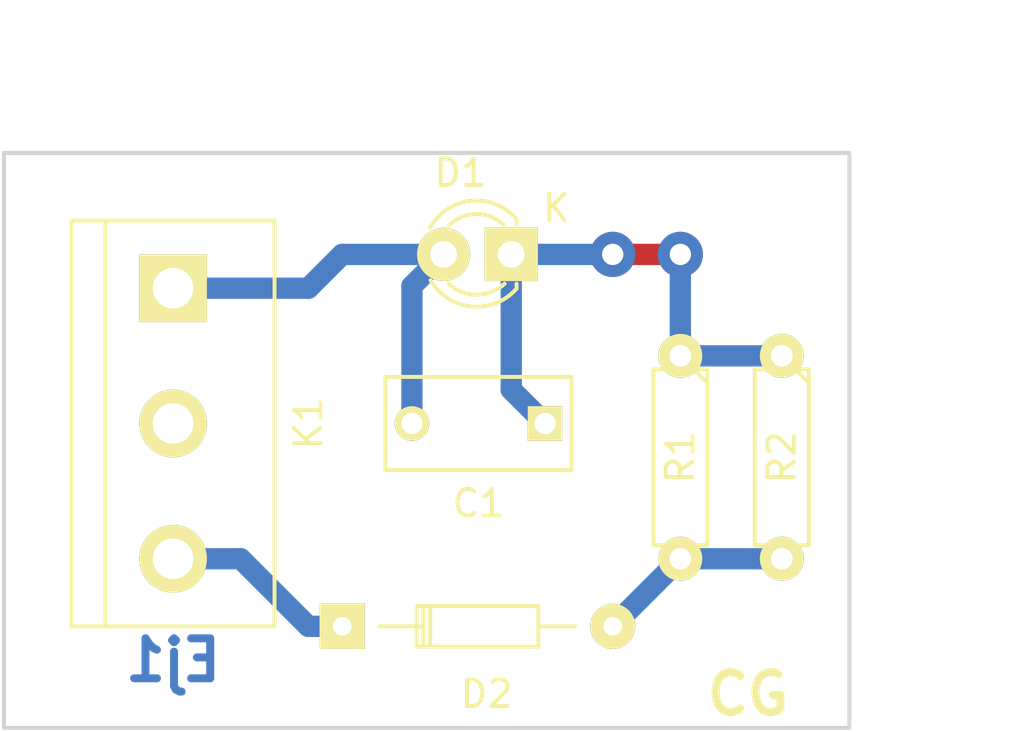
<source format=kicad_pcb>
(kicad_pcb (version 4) (host pcbnew 4.0.2-stable)

  (general
    (links 8)
    (no_connects 0)
    (area 116.764999 92.634999 148.665001 114.375001)
    (thickness 1.6)
    (drawings 10)
    (tracks 19)
    (zones 0)
    (modules 6)
    (nets 6)
  )

  (page A4)
  (title_block
    (title "Ejercicio 1")
    (date 2016-04-30)
    (rev 0.1)
    (company UNLaM)
    (comment 1 Gómez)
    (comment 2 Cunurana)
  )

  (layers
    (0 F.Cu signal)
    (31 B.Cu signal)
    (32 B.Adhes user hide)
    (33 F.Adhes user hide)
    (34 B.Paste user hide)
    (35 F.Paste user hide)
    (36 B.SilkS user)
    (37 F.SilkS user)
    (38 B.Mask user)
    (39 F.Mask user)
    (40 Dwgs.User user)
    (41 Cmts.User user hide)
    (42 Eco1.User user hide)
    (43 Eco2.User user hide)
    (44 Edge.Cuts user)
    (45 Margin user hide)
    (46 B.CrtYd user hide)
    (47 F.CrtYd user hide)
    (48 B.Fab user hide)
    (49 F.Fab user hide)
  )

  (setup
    (last_trace_width 0.25)
    (user_trace_width 0.8)
    (trace_clearance 0.9)
    (zone_clearance 0.508)
    (zone_45_only no)
    (trace_min 0.2)
    (segment_width 0.2)
    (edge_width 0.15)
    (via_size 0.6)
    (via_drill 0.4)
    (via_min_size 0.4)
    (via_min_drill 0.3)
    (user_via 1.7 0.8)
    (uvia_size 0.3)
    (uvia_drill 0.1)
    (uvias_allowed no)
    (uvia_min_size 0.2)
    (uvia_min_drill 0.1)
    (pcb_text_width 0.3)
    (pcb_text_size 1.5 1.5)
    (mod_edge_width 0.15)
    (mod_text_size 1 1)
    (mod_text_width 0.15)
    (pad_size 1.524 1.524)
    (pad_drill 0.762)
    (pad_to_mask_clearance 0.2)
    (aux_axis_origin 0 0)
    (visible_elements 7FFEF7FF)
    (pcbplotparams
      (layerselection 0x00164_80000001)
      (usegerberextensions false)
      (excludeedgelayer false)
      (linewidth 0.100000)
      (plotframeref false)
      (viasonmask false)
      (mode 1)
      (useauxorigin false)
      (hpglpennumber 1)
      (hpglpenspeed 20)
      (hpglpendiameter 15)
      (hpglpenoverlay 2)
      (psnegative false)
      (psa4output false)
      (plotreference true)
      (plotvalue false)
      (plotinvisibletext false)
      (padsonsilk false)
      (subtractmaskfromsilk false)
      (outputformat 1)
      (mirror false)
      (drillshape 0)
      (scaleselection 1)
      (outputdirectory ""))
  )

  (net 0 "")
  (net 1 "Net-(C1-Pad1)")
  (net 2 "Net-(C1-Pad2)")
  (net 3 "Net-(D2-Pad2)")
  (net 4 "Net-(D2-Pad1)")
  (net 5 "Net-(K1-Pad2)")

  (net_class Default "Esta es la clase de red por defecto."
    (clearance 0.9)
    (trace_width 0.25)
    (via_dia 0.6)
    (via_drill 0.4)
    (uvia_dia 0.3)
    (uvia_drill 0.1)
    (add_net "Net-(C1-Pad1)")
    (add_net "Net-(C1-Pad2)")
    (add_net "Net-(D2-Pad1)")
    (add_net "Net-(D2-Pad2)")
    (add_net "Net-(K1-Pad2)")
  )

  (module footprints_ej1:C_Rect_L7_W3.5_P5 (layer F.Cu) (tedit 0) (tstamp 57254CBF)
    (at 137.16 102.87 180)
    (descr "Film Capacitor Length 7mm x Width 3.5mm, Pitch 5mm")
    (tags Capacitor)
    (path /57127E94)
    (fp_text reference C1 (at 2.5 -3 180) (layer F.SilkS)
      (effects (font (size 1 1) (thickness 0.15)))
    )
    (fp_text value "100 nF" (at 2.5 3 180) (layer F.Fab)
      (effects (font (size 1 1) (thickness 0.15)))
    )
    (fp_line (start -1.25 -2) (end 6.25 -2) (layer F.CrtYd) (width 0.05))
    (fp_line (start 6.25 -2) (end 6.25 2) (layer F.CrtYd) (width 0.05))
    (fp_line (start 6.25 2) (end -1.25 2) (layer F.CrtYd) (width 0.05))
    (fp_line (start -1.25 2) (end -1.25 -2) (layer F.CrtYd) (width 0.05))
    (fp_line (start -1 -1.75) (end 6 -1.75) (layer F.SilkS) (width 0.15))
    (fp_line (start 6 -1.75) (end 6 1.75) (layer F.SilkS) (width 0.15))
    (fp_line (start 6 1.75) (end -1 1.75) (layer F.SilkS) (width 0.15))
    (fp_line (start -1 1.75) (end -1 -1.75) (layer F.SilkS) (width 0.15))
    (pad 1 thru_hole rect (at 0 0 180) (size 1.3 1.3) (drill 0.8) (layers *.Cu *.Mask F.SilkS)
      (net 1 "Net-(C1-Pad1)"))
    (pad 2 thru_hole circle (at 5 0 180) (size 1.3 1.3) (drill 0.8) (layers *.Cu *.Mask F.SilkS)
      (net 2 "Net-(C1-Pad2)"))
    (model "../../../../../../Users/christian/Desktop/Ejercicio 1 Kicad (Terminado)/ej1.3dshapes/cnp_6mm_disc.wrl"
      (at (xyz 0.1 0 0))
      (scale (xyz 1 1 1))
      (rotate (xyz 0 0 0))
    )
  )

  (module footprints_ej1:LED-3MM (layer F.Cu) (tedit 559B82F6) (tstamp 57254CC5)
    (at 135.89 96.52 180)
    (descr "LED 3mm round vertical")
    (tags "LED  3mm round vertical")
    (path /57127484)
    (fp_text reference D1 (at 1.91 3.06 180) (layer F.SilkS)
      (effects (font (size 1 1) (thickness 0.15)))
    )
    (fp_text value "LED ROJO" (at 1.3 -2.9 180) (layer F.Fab)
      (effects (font (size 1 1) (thickness 0.15)))
    )
    (fp_line (start -1.2 2.3) (end 3.8 2.3) (layer F.CrtYd) (width 0.05))
    (fp_line (start 3.8 2.3) (end 3.8 -2.2) (layer F.CrtYd) (width 0.05))
    (fp_line (start 3.8 -2.2) (end -1.2 -2.2) (layer F.CrtYd) (width 0.05))
    (fp_line (start -1.2 -2.2) (end -1.2 2.3) (layer F.CrtYd) (width 0.05))
    (fp_line (start -0.199 1.314) (end -0.199 1.114) (layer F.SilkS) (width 0.15))
    (fp_line (start -0.199 -1.28) (end -0.199 -1.1) (layer F.SilkS) (width 0.15))
    (fp_arc (start 1.301 0.034) (end -0.199 -1.286) (angle 108.5) (layer F.SilkS) (width 0.15))
    (fp_arc (start 1.301 0.034) (end 0.25 -1.1) (angle 85.7) (layer F.SilkS) (width 0.15))
    (fp_arc (start 1.311 0.034) (end 3.051 0.994) (angle 110) (layer F.SilkS) (width 0.15))
    (fp_arc (start 1.301 0.034) (end 2.335 1.094) (angle 87.5) (layer F.SilkS) (width 0.15))
    (fp_text user K (at -1.69 1.74 180) (layer F.SilkS)
      (effects (font (size 1 1) (thickness 0.15)))
    )
    (pad 1 thru_hole rect (at 0 0 270) (size 2 2) (drill 1.00076) (layers *.Cu *.Mask F.SilkS)
      (net 1 "Net-(C1-Pad1)"))
    (pad 2 thru_hole circle (at 2.54 0 180) (size 2 2) (drill 1.00076) (layers *.Cu *.Mask F.SilkS)
      (net 2 "Net-(C1-Pad2)"))
    (model "../../../../../../Users/christian/Desktop/Ejercicio 1 Kicad (Terminado)/ej1.3dshapes/LED-3MM.wrl"
      (at (xyz 0.1 0 0))
      (scale (xyz 1.4 1.4 1.4))
      (rotate (xyz 0 0 0))
    )
  )

  (module footprints_ej1:Diode_DO-35_SOD27_Horizontal_RM10 (layer F.Cu) (tedit 552FFC30) (tstamp 57254CCB)
    (at 129.54 110.49)
    (descr "Diode, DO-35,  SOD27, Horizontal, RM 10mm")
    (tags "Diode, DO-35, SOD27, Horizontal, RM 10mm, 1N4148,")
    (path /57128220)
    (fp_text reference D2 (at 5.43052 2.53746) (layer F.SilkS)
      (effects (font (size 1 1) (thickness 0.15)))
    )
    (fp_text value 1N4148 (at 4.41452 -3.55854) (layer F.Fab)
      (effects (font (size 1 1) (thickness 0.15)))
    )
    (fp_line (start 7.36652 -0.00254) (end 8.76352 -0.00254) (layer F.SilkS) (width 0.15))
    (fp_line (start 2.92152 -0.00254) (end 1.39752 -0.00254) (layer F.SilkS) (width 0.15))
    (fp_line (start 3.30252 -0.76454) (end 3.30252 0.75946) (layer F.SilkS) (width 0.15))
    (fp_line (start 3.04852 -0.76454) (end 3.04852 0.75946) (layer F.SilkS) (width 0.15))
    (fp_line (start 2.79452 -0.00254) (end 2.79452 0.75946) (layer F.SilkS) (width 0.15))
    (fp_line (start 2.79452 0.75946) (end 7.36652 0.75946) (layer F.SilkS) (width 0.15))
    (fp_line (start 7.36652 0.75946) (end 7.36652 -0.76454) (layer F.SilkS) (width 0.15))
    (fp_line (start 7.36652 -0.76454) (end 2.79452 -0.76454) (layer F.SilkS) (width 0.15))
    (fp_line (start 2.79452 -0.76454) (end 2.79452 -0.00254) (layer F.SilkS) (width 0.15))
    (pad 2 thru_hole circle (at 10.16052 -0.00254 180) (size 1.69926 1.69926) (drill 0.70104) (layers *.Cu *.Mask F.SilkS)
      (net 3 "Net-(D2-Pad2)"))
    (pad 1 thru_hole rect (at 0.00052 -0.00254 180) (size 1.69926 1.69926) (drill 0.70104) (layers *.Cu *.Mask F.SilkS)
      (net 4 "Net-(D2-Pad1)"))
    (model "../../../../../../Users/christian/Desktop/Ejercicio 1 Kicad (Terminado)/ej1.3dshapes/Diode_DO-35_SOD27_Horizontal_RM10.wrl"
      (at (xyz 0.2 0 0))
      (scale (xyz 0.4 0.4 0.4))
      (rotate (xyz 0 0 0))
    )
  )

  (module footprints_ej1:bornier3 (layer F.Cu) (tedit 0) (tstamp 57254CD2)
    (at 123.19 102.87 270)
    (descr "Bornier d'alimentation 3 pins")
    (tags DEV)
    (path /57127235)
    (fp_text reference K1 (at 0 -5.08 270) (layer F.SilkS)
      (effects (font (size 1 1) (thickness 0.15)))
    )
    (fp_text value CONN_01X03 (at 0 5.08 270) (layer F.Fab)
      (effects (font (size 1 1) (thickness 0.15)))
    )
    (fp_line (start -7.62 3.81) (end -7.62 -3.81) (layer F.SilkS) (width 0.15))
    (fp_line (start 7.62 3.81) (end 7.62 -3.81) (layer F.SilkS) (width 0.15))
    (fp_line (start -7.62 2.54) (end 7.62 2.54) (layer F.SilkS) (width 0.15))
    (fp_line (start -7.62 -3.81) (end 7.62 -3.81) (layer F.SilkS) (width 0.15))
    (fp_line (start -7.62 3.81) (end 7.62 3.81) (layer F.SilkS) (width 0.15))
    (pad 1 thru_hole rect (at -5.08 0 270) (size 2.54 2.54) (drill 1.524) (layers *.Cu *.Mask F.SilkS)
      (net 2 "Net-(C1-Pad2)"))
    (pad 2 thru_hole circle (at 0 0 270) (size 2.54 2.54) (drill 1.524) (layers *.Cu *.Mask F.SilkS)
      (net 5 "Net-(K1-Pad2)"))
    (pad 3 thru_hole circle (at 5.08 0 270) (size 2.54 2.54) (drill 1.524) (layers *.Cu *.Mask F.SilkS)
      (net 4 "Net-(D2-Pad1)"))
    (model Connect.3dshapes/bornier3.wrl
      (at (xyz 0.1 0 0))
      (scale (xyz 1 1 1))
      (rotate (xyz 0 0 0))
    )
    (model "../../../../../../Users/christian/Desktop/Ejercicio 1 Kicad (Terminado)/ej1.3dshapes/bornier3.wrl"
      (at (xyz 0 0 0))
      (scale (xyz 1 1 1))
      (rotate (xyz 0 0 0))
    )
  )

  (module footprints_ej1:R3-LARGE_PADS (layer F.Cu) (tedit 0) (tstamp 57254CD8)
    (at 142.24 104.14 270)
    (descr "Resitance 3 pas")
    (tags R)
    (path /57127178)
    (fp_text reference R1 (at 0 0 270) (layer F.SilkS)
      (effects (font (size 1 1) (thickness 0.15)))
    )
    (fp_text value 100K (at 0 0 270) (layer F.Fab)
      (effects (font (size 1 1) (thickness 0.15)))
    )
    (fp_line (start -3.81 0) (end -3.302 0) (layer F.SilkS) (width 0.15))
    (fp_line (start 3.81 0) (end 3.302 0) (layer F.SilkS) (width 0.15))
    (fp_line (start 3.302 0) (end 3.302 -1.016) (layer F.SilkS) (width 0.15))
    (fp_line (start 3.302 -1.016) (end -3.302 -1.016) (layer F.SilkS) (width 0.15))
    (fp_line (start -3.302 -1.016) (end -3.302 1.016) (layer F.SilkS) (width 0.15))
    (fp_line (start -3.302 1.016) (end 3.302 1.016) (layer F.SilkS) (width 0.15))
    (fp_line (start 3.302 1.016) (end 3.302 0) (layer F.SilkS) (width 0.15))
    (fp_line (start -3.302 -0.508) (end -2.794 -1.016) (layer F.SilkS) (width 0.15))
    (pad 1 thru_hole circle (at -3.81 0 270) (size 1.651 1.651) (drill 0.8128) (layers *.Cu *.Mask F.SilkS)
      (net 1 "Net-(C1-Pad1)"))
    (pad 2 thru_hole circle (at 3.81 0 270) (size 1.651 1.651) (drill 0.8128) (layers *.Cu *.Mask F.SilkS)
      (net 3 "Net-(D2-Pad2)"))
    (model "../../../../../../Users/christian/Desktop/Ejercicio 1 Kicad (Terminado)/ej1.3dshapes/R3-LARGE_PADS.wrl"
      (at (xyz 0 0 0))
      (scale (xyz 0.3 0.3 0.3))
      (rotate (xyz 0 0 0))
    )
  )

  (module footprints_ej1:R3-LARGE_PADS (layer F.Cu) (tedit 572E062D) (tstamp 57254CDE)
    (at 146.05 104.14 270)
    (descr "Resitance 3 pas")
    (tags R)
    (path /57254155)
    (fp_text reference R2 (at 0 0 450) (layer F.SilkS)
      (effects (font (size 1 1) (thickness 0.15)))
    )
    (fp_text value 100K (at 0 0 270) (layer F.Fab)
      (effects (font (size 1 1) (thickness 0.15)))
    )
    (fp_line (start -3.81 0) (end -3.302 0) (layer F.SilkS) (width 0.15))
    (fp_line (start 3.81 0) (end 3.302 0) (layer F.SilkS) (width 0.15))
    (fp_line (start 3.302 0) (end 3.302 -1.016) (layer F.SilkS) (width 0.15))
    (fp_line (start 3.302 -1.016) (end -3.302 -1.016) (layer F.SilkS) (width 0.15))
    (fp_line (start -3.302 -1.016) (end -3.302 1.016) (layer F.SilkS) (width 0.15))
    (fp_line (start -3.302 1.016) (end 3.302 1.016) (layer F.SilkS) (width 0.15))
    (fp_line (start 3.302 1.016) (end 3.302 0) (layer F.SilkS) (width 0.15))
    (fp_line (start -3.302 -0.508) (end -2.794 -1.016) (layer F.SilkS) (width 0.15))
    (pad 1 thru_hole circle (at -3.81 0 270) (size 1.651 1.651) (drill 0.8128) (layers *.Cu *.Mask F.SilkS)
      (net 1 "Net-(C1-Pad1)"))
    (pad 2 thru_hole circle (at 3.81 0 270) (size 1.651 1.651) (drill 0.8128) (layers *.Cu *.Mask F.SilkS)
      (net 3 "Net-(D2-Pad2)"))
    (model "../../../../../../Users/christian/Desktop/Ejercicio 1 Kicad (Terminado)/ej1.3dshapes/R3-LARGE_PADS.wrl"
      (at (xyz 0 0 0))
      (scale (xyz 0.3 0.3 0.3))
      (rotate (xyz 0 0 0))
    )
  )

  (gr_text Ej1 (at 123.19 111.76) (layer B.Cu)
    (effects (font (size 1.5 1.5) (thickness 0.3)) (justify mirror))
  )
  (gr_text CG (at 144.78 113.03) (layer F.SilkS)
    (effects (font (size 1.5 1.5) (thickness 0.3)))
  )
  (dimension 31.75 (width 0.3) (layer Dwgs.User)
    (gr_text 31.750mm (at 132.715 88.82) (layer Dwgs.User)
      (effects (font (size 1.5 1.5) (thickness 0.3)))
    )
    (feature1 (pts (xy 148.59 92.71) (xy 148.59 87.47)))
    (feature2 (pts (xy 116.84 92.71) (xy 116.84 87.47)))
    (crossbar (pts (xy 116.84 90.17) (xy 148.59 90.17)))
    (arrow1a (pts (xy 148.59 90.17) (xy 147.463496 90.756421)))
    (arrow1b (pts (xy 148.59 90.17) (xy 147.463496 89.583579)))
    (arrow2a (pts (xy 116.84 90.17) (xy 117.966504 90.756421)))
    (arrow2b (pts (xy 116.84 90.17) (xy 117.966504 89.583579)))
  )
  (dimension 21.59 (width 0.3) (layer Dwgs.User)
    (gr_text 21.590mm (at 152.48 103.505 270) (layer Dwgs.User)
      (effects (font (size 1.5 1.5) (thickness 0.3)))
    )
    (feature1 (pts (xy 148.59 114.3) (xy 153.83 114.3)))
    (feature2 (pts (xy 148.59 92.71) (xy 153.83 92.71)))
    (crossbar (pts (xy 151.13 92.71) (xy 151.13 114.3)))
    (arrow1a (pts (xy 151.13 114.3) (xy 150.543579 113.173496)))
    (arrow1b (pts (xy 151.13 114.3) (xy 151.716421 113.173496)))
    (arrow2a (pts (xy 151.13 92.71) (xy 150.543579 93.836504)))
    (arrow2b (pts (xy 151.13 92.71) (xy 151.716421 93.836504)))
  )
  (gr_line (start 116.84 111.76) (end 116.84 110.49) (angle 90) (layer Edge.Cuts) (width 0.15))
  (gr_line (start 116.84 114.3) (end 116.84 111.76) (angle 90) (layer Edge.Cuts) (width 0.15))
  (gr_line (start 148.59 114.3) (end 116.84 114.3) (angle 90) (layer Edge.Cuts) (width 0.15))
  (gr_line (start 148.59 92.71) (end 148.59 114.3) (angle 90) (layer Edge.Cuts) (width 0.15))
  (gr_line (start 116.84 92.71) (end 148.59 92.71) (angle 90) (layer Edge.Cuts) (width 0.15))
  (gr_line (start 116.84 113.03) (end 116.84 92.71) (angle 90) (layer Edge.Cuts) (width 0.15))

  (segment (start 135.89 96.52) (end 139.7 96.52) (width 0.8) (layer B.Cu) (net 1))
  (segment (start 142.24 96.52) (end 142.24 100.33) (width 0.8) (layer B.Cu) (net 1) (tstamp 57254EC3))
  (via (at 142.24 96.52) (size 1.7) (drill 0.8) (layers F.Cu B.Cu) (net 1))
  (segment (start 139.7 96.52) (end 142.24 96.52) (width 0.8) (layer F.Cu) (net 1) (tstamp 57254EBF))
  (via (at 139.7 96.52) (size 1.7) (drill 0.8) (layers F.Cu B.Cu) (net 1))
  (segment (start 146.05 100.33) (end 142.24 100.33) (width 0.8) (layer B.Cu) (net 1))
  (segment (start 135.89 96.52) (end 135.89 101.6) (width 0.8) (layer B.Cu) (net 1))
  (segment (start 135.89 101.6) (end 137.16 102.87) (width 0.8) (layer B.Cu) (net 1) (tstamp 57254D4C))
  (segment (start 132.16 102.87) (end 132.16 97.71) (width 0.8) (layer B.Cu) (net 2))
  (segment (start 132.16 97.71) (end 133.35 96.52) (width 0.8) (layer B.Cu) (net 2) (tstamp 57254D43))
  (segment (start 123.19 97.79) (end 128.27 97.79) (width 0.8) (layer B.Cu) (net 2))
  (segment (start 129.54 96.52) (end 133.35 96.52) (width 0.8) (layer B.Cu) (net 2) (tstamp 57254D40))
  (segment (start 128.27 97.79) (end 129.54 96.52) (width 0.8) (layer B.Cu) (net 2) (tstamp 57254D3F))
  (segment (start 142.24 107.95) (end 146.05 107.95) (width 0.8) (layer B.Cu) (net 3))
  (segment (start 139.70052 110.48746) (end 139.70254 110.48746) (width 0.8) (layer B.Cu) (net 3))
  (segment (start 139.70254 110.48746) (end 142.24 107.95) (width 0.8) (layer B.Cu) (net 3) (tstamp 57254D59))
  (segment (start 129.54052 110.48746) (end 128.26746 110.48746) (width 0.8) (layer B.Cu) (net 4))
  (segment (start 125.73 107.95) (end 123.19 107.95) (width 0.8) (layer B.Cu) (net 4) (tstamp 57254D53))
  (segment (start 128.26746 110.48746) (end 125.73 107.95) (width 0.8) (layer B.Cu) (net 4) (tstamp 57254D51))

)

</source>
